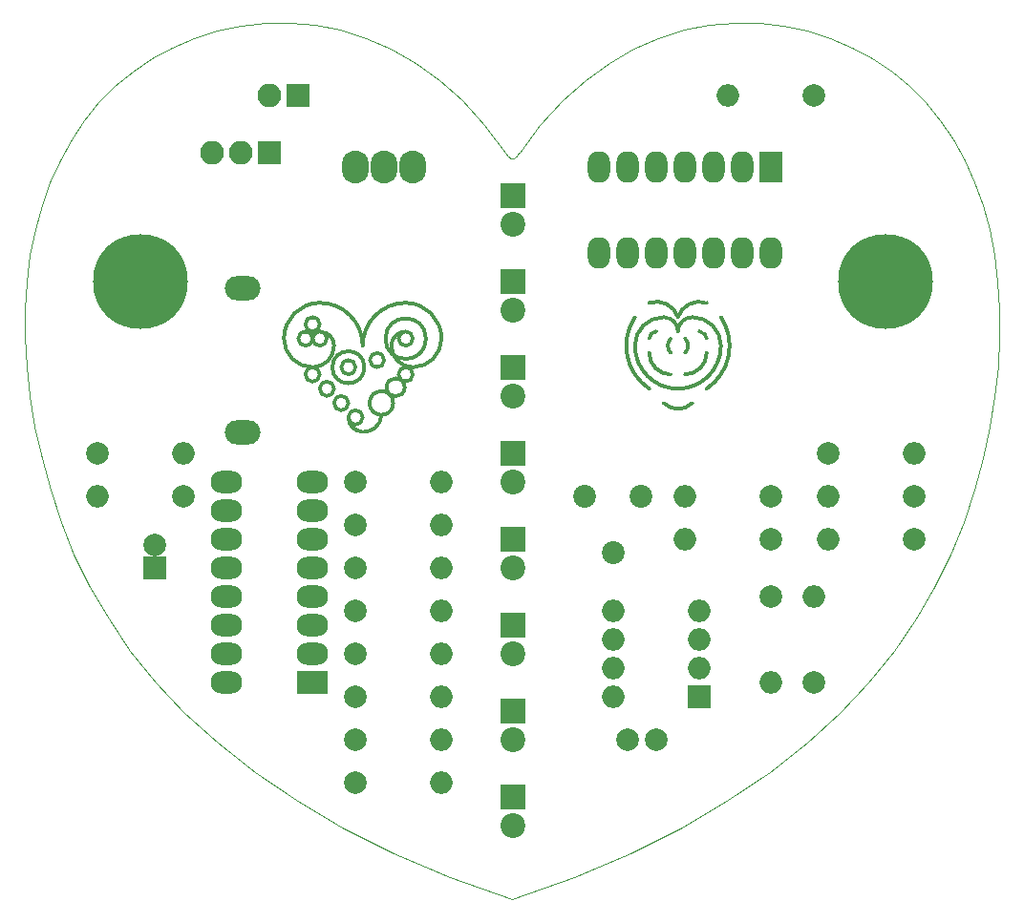
<source format=gbr>
G04 #@! TF.FileFunction,Soldermask,Top*
%FSLAX46Y46*%
G04 Gerber Fmt 4.6, Leading zero omitted, Abs format (unit mm)*
G04 Created by KiCad (PCBNEW 4.0.7) date 11/09/18 11:24:19*
%MOMM*%
%LPD*%
G01*
G04 APERTURE LIST*
%ADD10C,0.100000*%
%ADD11C,0.300000*%
%ADD12O,3.150000X2.150000*%
%ADD13O,2.400000X2.900000*%
%ADD14R,2.100000X2.100000*%
%ADD15O,2.100000X2.100000*%
%ADD16C,2.020000*%
%ADD17C,2.000000*%
%ADD18O,2.000000X2.000000*%
%ADD19C,8.400000*%
%ADD20R,2.200000X2.200000*%
%ADD21C,2.200000*%
%ADD22R,2.000000X2.000000*%
%ADD23R,2.000000X2.800000*%
%ADD24O,2.000000X2.800000*%
%ADD25R,2.800000X2.000000*%
%ADD26O,2.800000X2.000000*%
G04 APERTURE END LIST*
D10*
D11*
X137953269Y-100965000D02*
G75*
G03X137953269Y-100965000I-1047269J0D01*
G01*
X135255000Y-103505000D02*
G75*
G03X136906000Y-102108000I127000J1524000D01*
G01*
X133985000Y-102235000D02*
G75*
G03X135255000Y-103505000I1270000J0D01*
G01*
X135255000Y-102235000D02*
G75*
G03X135255000Y-102235000I-635000J0D01*
G01*
X133985000Y-100965000D02*
G75*
G03X133985000Y-100965000I-635000J0D01*
G01*
X138979219Y-99568000D02*
G75*
G03X138979219Y-99568000I-803219J0D01*
G01*
X163830000Y-96520000D02*
G75*
G03X163830000Y-95250000I-635000J635000D01*
G01*
X162560000Y-95250000D02*
G75*
G03X162560000Y-96520000I635000J-635000D01*
G01*
X163830000Y-98425000D02*
G75*
G03X165735000Y-96520000I0J1905000D01*
G01*
X160655000Y-96520000D02*
G75*
G03X162560000Y-98425000I1905000J0D01*
G01*
X165735000Y-99695000D02*
G75*
G03X167005000Y-93345000I-2540000J3810000D01*
G01*
X161290000Y-94615000D02*
G75*
G03X160655000Y-95250000I0J-635000D01*
G01*
X165735000Y-95250000D02*
G75*
G03X165100000Y-94615000I-635000J0D01*
G01*
X131445000Y-93980000D02*
G75*
G03X131445000Y-93980000I-635000J0D01*
G01*
X130810000Y-95250000D02*
G75*
G03X130810000Y-95250000I-635000J0D01*
G01*
X161925000Y-100965000D02*
G75*
G03X164465000Y-100965000I1270000J1270000D01*
G01*
X159385000Y-93345000D02*
G75*
G03X160655000Y-99695000I3810000J-2540000D01*
G01*
X163195000Y-93345000D02*
G75*
G03X160655000Y-92075000I-1905000J-635000D01*
G01*
X165735000Y-92075000D02*
G75*
G03X163195000Y-93345000I-635000J-1905000D01*
G01*
X163195000Y-94615000D02*
G75*
G03X161925000Y-93345000I-1270000J0D01*
G01*
X164465000Y-93345000D02*
G75*
G03X163195000Y-94615000I0J-1270000D01*
G01*
X167005000Y-95885000D02*
G75*
G03X164465000Y-93345000I-2540000J0D01*
G01*
X163195000Y-99695000D02*
G75*
G03X167005000Y-95885000I0J3810000D01*
G01*
X159385000Y-95885000D02*
G75*
G03X163195000Y-99695000I3810000J0D01*
G01*
X161925000Y-93345000D02*
G75*
G03X159385000Y-95885000I0J-2540000D01*
G01*
X139700000Y-98425000D02*
G75*
G03X139700000Y-98425000I-635000J0D01*
G01*
X140861051Y-95250000D02*
G75*
G03X140861051Y-95250000I-1796051J0D01*
G01*
X137160000Y-97155000D02*
G75*
G03X137160000Y-97155000I-635000J0D01*
G01*
X134620000Y-97790000D02*
G75*
G03X134620000Y-97790000I-635000J0D01*
G01*
X135404903Y-97790000D02*
G75*
G03X135404903Y-97790000I-1419903J0D01*
G01*
X132715000Y-99695000D02*
G75*
G03X132715000Y-99695000I-635000J0D01*
G01*
X131445000Y-98425000D02*
G75*
G03X131445000Y-98425000I-635000J0D01*
G01*
X139065000Y-94615000D02*
G75*
G03X138430000Y-95250000I0J-635000D01*
G01*
X138430000Y-95250000D02*
G75*
G03X139065000Y-95885000I635000J0D01*
G01*
X139065000Y-95885000D02*
G75*
G03X139700000Y-95250000I0J635000D01*
G01*
X139700000Y-95250000D02*
G75*
G03X139065000Y-94615000I-635000J0D01*
G01*
X139065000Y-94615000D02*
G75*
G03X137795000Y-95885000I0J-1270000D01*
G01*
X137795000Y-95885000D02*
G75*
G03X139700000Y-97790000I1905000J0D01*
G01*
X139700000Y-97790000D02*
G75*
G03X142240000Y-95250000I0J2540000D01*
G01*
X142240000Y-95250000D02*
G75*
G03X139065000Y-92075000I-3175000J0D01*
G01*
X139065000Y-92075000D02*
G75*
G03X135255000Y-95885000I0J-3810000D01*
G01*
X132080000Y-95250000D02*
G75*
G03X131445000Y-94615000I-635000J0D01*
G01*
X131445000Y-95885000D02*
G75*
G03X132080000Y-95250000I0J635000D01*
G01*
X130810000Y-95250000D02*
G75*
G03X131445000Y-95885000I635000J0D01*
G01*
X131445000Y-94615000D02*
G75*
G03X130810000Y-95250000I0J-635000D01*
G01*
X132715000Y-95885000D02*
G75*
G03X131445000Y-94615000I-1270000J0D01*
G01*
X130810000Y-97790000D02*
G75*
G03X132715000Y-95885000I0J1905000D01*
G01*
X128270000Y-95250000D02*
G75*
G03X130810000Y-97790000I2540000J0D01*
G01*
X131445000Y-92075000D02*
G75*
G03X128270000Y-95250000I0J-3175000D01*
G01*
X135255000Y-95885000D02*
G75*
G03X131445000Y-92075000I-3810000J0D01*
G01*
D10*
X149092301Y-78771685D02*
X149124258Y-78727400D01*
X149060344Y-78815736D02*
X149092301Y-78771685D01*
X149028388Y-78859320D02*
X149060344Y-78815736D01*
X148996431Y-78902206D02*
X149028388Y-78859320D01*
X148964474Y-78944159D02*
X148996431Y-78902206D01*
X148932517Y-78984946D02*
X148964474Y-78944159D01*
X148900560Y-79024335D02*
X148932517Y-78984946D01*
X148868603Y-79062091D02*
X148900560Y-79024335D01*
X148836647Y-79097983D02*
X148868603Y-79062091D01*
X148804690Y-79131777D02*
X148836647Y-79097983D01*
X148772733Y-79163239D02*
X148804690Y-79131777D01*
X148740776Y-79192137D02*
X148772733Y-79163239D01*
X148708819Y-79218237D02*
X148740776Y-79192137D01*
X148676863Y-79241307D02*
X148708819Y-79218237D01*
X148644906Y-79261113D02*
X148676863Y-79241307D01*
X148612949Y-79277422D02*
X148644906Y-79261113D01*
X148580992Y-79290001D02*
X148612949Y-79277422D01*
X148549035Y-79298617D02*
X148580992Y-79290001D01*
X148517078Y-79303037D02*
X148549035Y-79298617D01*
X148485122Y-79303037D02*
X148517078Y-79303037D01*
X148453165Y-79298617D02*
X148485122Y-79303037D01*
X148421208Y-79290001D02*
X148453165Y-79298617D01*
X148389251Y-79277422D02*
X148421208Y-79290001D01*
X148357294Y-79261113D02*
X148389251Y-79277422D01*
X148325337Y-79241307D02*
X148357294Y-79261113D01*
X148293381Y-79218237D02*
X148325337Y-79241307D01*
X148261424Y-79192137D02*
X148293381Y-79218237D01*
X148229467Y-79163239D02*
X148261424Y-79192137D01*
X148197510Y-79131777D02*
X148229467Y-79163239D01*
X148165553Y-79097983D02*
X148197510Y-79131777D01*
X148133597Y-79062091D02*
X148165553Y-79097983D01*
X148101640Y-79024335D02*
X148133597Y-79062091D01*
X148069683Y-78984946D02*
X148101640Y-79024335D01*
X148037726Y-78944159D02*
X148069683Y-78984946D01*
X148005769Y-78902206D02*
X148037726Y-78944159D01*
X147973812Y-78859320D02*
X148005769Y-78902206D01*
X147941856Y-78815736D02*
X147973812Y-78859320D01*
X147909899Y-78771685D02*
X147941856Y-78815736D01*
X147877942Y-78727400D02*
X147909899Y-78771685D01*
X146024691Y-76265210D02*
X147877942Y-78727400D01*
X144066980Y-74126681D02*
X146024691Y-76265210D01*
X142021176Y-72299991D02*
X144066980Y-74126681D01*
X139903649Y-70773315D02*
X142021176Y-72299991D01*
X137730764Y-69534830D02*
X139903649Y-70773315D01*
X135518890Y-68572714D02*
X137730764Y-69534830D01*
X133284394Y-67875143D02*
X135518890Y-68572714D01*
X131043644Y-67430294D02*
X133284394Y-67875143D01*
X128813008Y-67226344D02*
X131043644Y-67430294D01*
X126608853Y-67251469D02*
X128813008Y-67226344D01*
X124447546Y-67493847D02*
X126608853Y-67251469D01*
X122345456Y-67941653D02*
X124447546Y-67493847D01*
X120318950Y-68583065D02*
X122345456Y-67941653D01*
X118384396Y-69406260D02*
X120318950Y-68583065D01*
X116558161Y-70399414D02*
X118384396Y-69406260D01*
X114856518Y-71550739D02*
X116558161Y-70399414D01*
X113290051Y-72850505D02*
X114856518Y-71550739D01*
X111860524Y-74292176D02*
X113290051Y-72850505D01*
X110568943Y-75869492D02*
X111860524Y-74292176D01*
X109416314Y-77576191D02*
X110568943Y-75869492D01*
X108403644Y-79406012D02*
X109416314Y-77576191D01*
X107531938Y-81352693D02*
X108403644Y-79406012D01*
X106802203Y-83409973D02*
X107531938Y-81352693D01*
X106215445Y-85571591D02*
X106802203Y-83409973D01*
X105772670Y-87831286D02*
X106215445Y-85571591D01*
X105474884Y-90182796D02*
X105772670Y-87831286D01*
X105323093Y-92619860D02*
X105474884Y-90182796D01*
X105318303Y-95136217D02*
X105323093Y-92619860D01*
X105461521Y-97725605D02*
X105318303Y-95136217D01*
X105753752Y-100381763D02*
X105461521Y-97725605D01*
X106196003Y-103098430D02*
X105753752Y-100381763D01*
X106790359Y-105868984D02*
X106196003Y-103098430D01*
X107551450Y-108682610D02*
X106790359Y-105868984D01*
X108502001Y-111525785D02*
X107551450Y-108682610D01*
X109664872Y-114384945D02*
X108502001Y-111525785D01*
X111062923Y-117246524D02*
X109664872Y-114384945D01*
X112719011Y-120096954D02*
X111062923Y-117246524D01*
X114655998Y-122922671D02*
X112719011Y-120096954D01*
X116896742Y-125710108D02*
X114655998Y-122922671D01*
X119464104Y-128445699D02*
X116896742Y-125710108D01*
X122380941Y-131115878D02*
X119464104Y-128445699D01*
X125670114Y-133707078D02*
X122380941Y-131115878D01*
X129354483Y-136205735D02*
X125670114Y-133707078D01*
X133456907Y-138598282D02*
X129354483Y-136205735D01*
X138000244Y-140871152D02*
X133456907Y-138598282D01*
X143007356Y-143010780D02*
X138000244Y-140871152D01*
X148501100Y-145003600D02*
X143007356Y-143010780D01*
X150977509Y-76265210D02*
X149124258Y-78727400D01*
X152935220Y-74126681D02*
X150977509Y-76265210D01*
X154981024Y-72299991D02*
X152935220Y-74126681D01*
X157098551Y-70773315D02*
X154981024Y-72299991D01*
X159271436Y-69534830D02*
X157098551Y-70773315D01*
X161483310Y-68572714D02*
X159271436Y-69534830D01*
X163717806Y-67875143D02*
X161483310Y-68572714D01*
X165958556Y-67430294D02*
X163717806Y-67875143D01*
X168189192Y-67226344D02*
X165958556Y-67430294D01*
X170393347Y-67251469D02*
X168189192Y-67226344D01*
X172554654Y-67493847D02*
X170393347Y-67251469D01*
X174656744Y-67941653D02*
X172554654Y-67493847D01*
X176683250Y-68583065D02*
X174656744Y-67941653D01*
X178617804Y-69406260D02*
X176683250Y-68583065D01*
X180444039Y-70399414D02*
X178617804Y-69406260D01*
X182145682Y-71550739D02*
X180444039Y-70399414D01*
X183712149Y-72850505D02*
X182145682Y-71550739D01*
X185141676Y-74292176D02*
X183712149Y-72850505D01*
X186433257Y-75869492D02*
X185141676Y-74292176D01*
X187585886Y-77576191D02*
X186433257Y-75869492D01*
X188598556Y-79406012D02*
X187585886Y-77576191D01*
X189470262Y-81352693D02*
X188598556Y-79406012D01*
X190199997Y-83409973D02*
X189470262Y-81352693D01*
X190786755Y-85571591D02*
X190199997Y-83409973D01*
X191229530Y-87831286D02*
X190786755Y-85571591D01*
X191527316Y-90182796D02*
X191229530Y-87831286D01*
X191679107Y-92619860D02*
X191527316Y-90182796D01*
X191683897Y-95136217D02*
X191679107Y-92619860D01*
X191540679Y-97725605D02*
X191683897Y-95136217D01*
X191248448Y-100381763D02*
X191540679Y-97725605D01*
X190806197Y-103098430D02*
X191248448Y-100381763D01*
X190211841Y-105868984D02*
X190806197Y-103098430D01*
X189450750Y-108682610D02*
X190211841Y-105868984D01*
X188500199Y-111525785D02*
X189450750Y-108682610D01*
X187337328Y-114384945D02*
X188500199Y-111525785D01*
X185939277Y-117246524D02*
X187337328Y-114384945D01*
X184283189Y-120096954D02*
X185939277Y-117246524D01*
X182346202Y-122922671D02*
X184283189Y-120096954D01*
X180105458Y-125710108D02*
X182346202Y-122922671D01*
X177538096Y-128445699D02*
X180105458Y-125710108D01*
X174621259Y-131115878D02*
X177538096Y-128445699D01*
X171332086Y-133707078D02*
X174621259Y-131115878D01*
X167647717Y-136205735D02*
X171332086Y-133707078D01*
X163545293Y-138598282D02*
X167647717Y-136205735D01*
X159001956Y-140871152D02*
X163545293Y-138598282D01*
X153994844Y-143010780D02*
X159001956Y-140871152D01*
X148501100Y-145003600D02*
X153994844Y-143010780D01*
D12*
X124590000Y-90755000D03*
X124590000Y-103555000D03*
D13*
X139700000Y-80010000D03*
X137160000Y-80010000D03*
X134620000Y-80010000D03*
D14*
X127000000Y-78740000D03*
D15*
X124460000Y-78740000D03*
X121920000Y-78740000D03*
D16*
X159940000Y-109220000D03*
X157440000Y-114220000D03*
X154940000Y-109220000D03*
D17*
X171450000Y-118110000D03*
D18*
X171450000Y-125730000D03*
D17*
X176530000Y-105410000D03*
D18*
X184150000Y-105410000D03*
D17*
X134620000Y-107950000D03*
D18*
X142240000Y-107950000D03*
D17*
X134620000Y-111760000D03*
D18*
X142240000Y-111760000D03*
D17*
X134620000Y-115570000D03*
D18*
X142240000Y-115570000D03*
D17*
X134620000Y-119380000D03*
D18*
X142240000Y-119380000D03*
D17*
X134620000Y-123190000D03*
D18*
X142240000Y-123190000D03*
D17*
X134620000Y-127000000D03*
D18*
X142240000Y-127000000D03*
D17*
X134620000Y-130810000D03*
D18*
X142240000Y-130810000D03*
D17*
X134620000Y-134620000D03*
D18*
X142240000Y-134620000D03*
D17*
X184150000Y-109220000D03*
D18*
X176530000Y-109220000D03*
D17*
X175260000Y-125730000D03*
D18*
X175260000Y-118110000D03*
D17*
X184150000Y-113030000D03*
D18*
X176530000Y-113030000D03*
D17*
X171450000Y-113030000D03*
D18*
X163830000Y-113030000D03*
D17*
X171450000Y-109220000D03*
D18*
X163830000Y-109220000D03*
D17*
X111760000Y-105410000D03*
D18*
X119380000Y-105410000D03*
D17*
X119380000Y-109220000D03*
D18*
X111760000Y-109220000D03*
D17*
X175260000Y-73660000D03*
D18*
X167640000Y-73660000D03*
D19*
X181610000Y-90170000D03*
D20*
X148590000Y-82550000D03*
D21*
X148590000Y-85090000D03*
D20*
X148590000Y-90170000D03*
D21*
X148590000Y-92710000D03*
D20*
X148590000Y-97790000D03*
D21*
X148590000Y-100330000D03*
D20*
X148590000Y-105410000D03*
D21*
X148590000Y-107950000D03*
D20*
X148590000Y-113030000D03*
D21*
X148590000Y-115570000D03*
D20*
X148590000Y-120650000D03*
D21*
X148590000Y-123190000D03*
D20*
X148590000Y-128270000D03*
D21*
X148590000Y-130810000D03*
D20*
X148590000Y-135890000D03*
D21*
X148590000Y-138430000D03*
D17*
X158750000Y-130810000D03*
X161250000Y-130810000D03*
D22*
X116840000Y-115570000D03*
D17*
X116840000Y-113570000D03*
D14*
X129540000Y-73660000D03*
D15*
X127000000Y-73660000D03*
D19*
X115570000Y-90170000D03*
D22*
X165100000Y-127000000D03*
D18*
X157480000Y-119380000D03*
X165100000Y-124460000D03*
X157480000Y-121920000D03*
X165100000Y-121920000D03*
X157480000Y-124460000D03*
X165100000Y-119380000D03*
X157480000Y-127000000D03*
D23*
X171450000Y-80010000D03*
D24*
X156210000Y-87630000D03*
X168910000Y-80010000D03*
X158750000Y-87630000D03*
X166370000Y-80010000D03*
X161290000Y-87630000D03*
X163830000Y-80010000D03*
X163830000Y-87630000D03*
X161290000Y-80010000D03*
X166370000Y-87630000D03*
X158750000Y-80010000D03*
X168910000Y-87630000D03*
X156210000Y-80010000D03*
X171450000Y-87630000D03*
D25*
X130810000Y-125730000D03*
D26*
X123190000Y-107950000D03*
X130810000Y-123190000D03*
X123190000Y-110490000D03*
X130810000Y-120650000D03*
X123190000Y-113030000D03*
X130810000Y-118110000D03*
X123190000Y-115570000D03*
X130810000Y-115570000D03*
X123190000Y-118110000D03*
X130810000Y-113030000D03*
X123190000Y-120650000D03*
X130810000Y-110490000D03*
X123190000Y-123190000D03*
X130810000Y-107950000D03*
X123190000Y-125730000D03*
M02*

</source>
